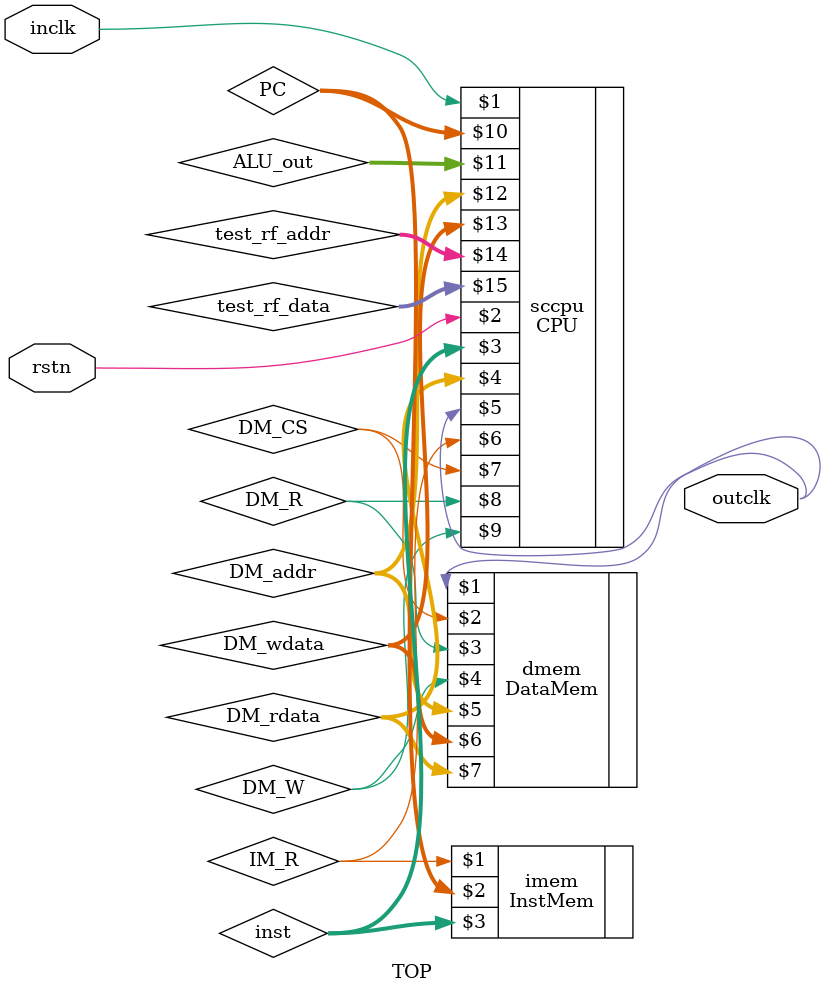
<source format=v>
`timescale 1ns/1ps
`include "cpu.v"
`include "io/InstMem.v"
`include "io/DataMem.v"

module TOP (
    input  inclk, // CPU clock
    input  rstn,  // CPU reset

    output outclk // output clock
);

    wire [31:0] PC;
    wire [31:0] inst;
    wire [31:0] DM_addr;
    wire [31:0] DM_rdata;
    wire [31:0] DM_wdata;
    wire [31:0] ALU_out;
    wire IM_R;
    wire DM_CS;
    wire DM_R;
    wire DM_W;
    wire [31:0] test_rf_data; // ? TEST INTERFACE
    wire [31:0] test_rf_addr; // ? TEST INTERFACE

    CPU sccpu(
        inclk,
        rstn,
        inst,
        DM_rdata,
        outclk,
        IM_R,
        DM_CS,
        DM_R,
        DM_W,
        PC,
        ALU_out,
        DM_addr,
        DM_wdata,
        test_rf_addr, // ? TEST INTERFACE
        test_rf_data  // ? TEST INTERFACE
    );

    InstMem imem(
        IM_R,
        PC,
        inst
    );

    DataMem dmem(
        outclk,
        DM_CS,
        DM_R,
        DM_W,
        DM_addr,
        DM_wdata,
        DM_rdata
    );

endmodule

</source>
